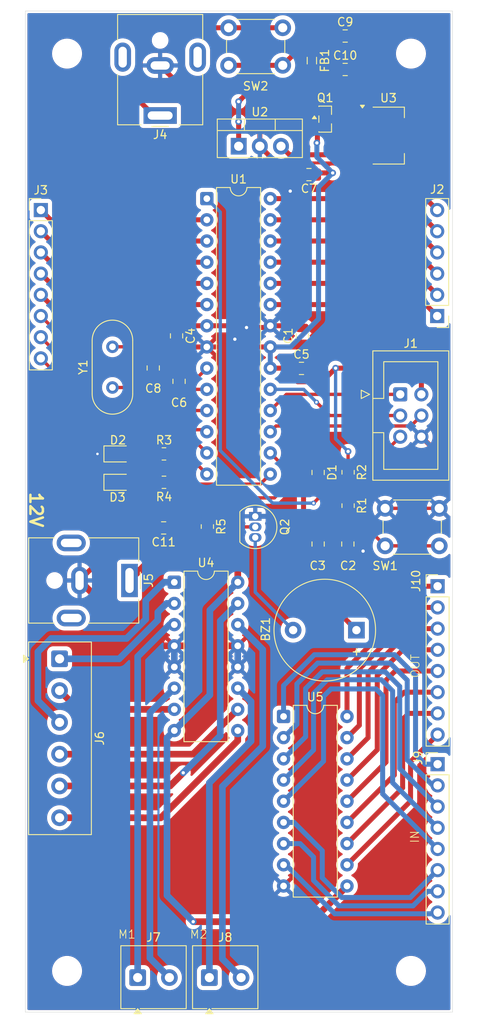
<source format=kicad_pcb>
(kicad_pcb (version 20241229) (generator "pcbnew") (generator_version "9.0")
  (layers (0 "F.Cu" signal) (2 "B.Cu" signal) (13 "F.Paste" user) (15 "B.Paste" user) (5 "F.SilkS" user "F.Silkscreen") (7 "B.SilkS" user "B.Silkscreen") (1 "F.Mask" user) (3 "B.Mask" user) (25 "Edge.Cuts" user))
  (net 0 "")
  (net 1 "Net-(BZ1--)")
  (net 2 "+5V")
  (net 3 "GND")
  (net 4 "Net-(U1-XTAL2{slash}PB7)")
  (net 5 "Net-(U1-XTAL1{slash}PB6)")
  (net 6 "Net-(C9-Pad1)")
  (net 7 "Net-(U2-IN)")
  (net 8 "+12V")
  (net 9 "RESET")
  (net 10 "Net-(D2-A)")
  (net 11 "Net-(D3-A)")
  (net 12 "MOSI")
  (net 13 "MISO")
  (net 14 "SCK")
  (net 15 "Net-(J2-Pin_1)")
  (net 16 "Net-(J2-Pin_2)")
  (net 17 "Net-(J2-Pin_6)")
  (net 18 "Net-(J2-Pin_3)")
  (net 19 "Net-(J2-Pin_4)")
  (net 20 "Net-(J2-Pin_5)")
  (net 21 "Net-(J3-Pin_4)")
  (net 22 "Net-(J3-Pin_7)")
  (net 23 "Net-(J3-Pin_8)")
  (net 24 "Net-(J3-Pin_1)")
  (net 25 "Net-(J3-Pin_5)")
  (net 26 "Net-(J3-Pin_3)")
  (net 27 "Net-(J3-Pin_2)")
  (net 28 "Net-(J3-Pin_6)")
  (net 29 "Net-(J4-Pad1)")
  (net 30 "Net-(J6-Pin_4)")
  (net 31 "Net-(J6-Pin_3)")
  (net 32 "Net-(J6-Pin_6)")
  (net 33 "Net-(J6-Pin_5)")
  (net 34 "Net-(J6-Pin_2)")
  (net 35 "Net-(J6-Pin_1)")
  (net 36 "Net-(J7-Pin_1)")
  (net 37 "Net-(J7-Pin_2)")
  (net 38 "Net-(J8-Pin_2)")
  (net 39 "Net-(J8-Pin_1)")
  (net 40 "Net-(J9-Pin_1)")
  (net 41 "Net-(J9-Pin_4)")
  (net 42 "Net-(J9-Pin_7)")
  (net 43 "Net-(J9-Pin_5)")
  (net 44 "Net-(J9-Pin_3)")
  (net 45 "Net-(J9-Pin_6)")
  (net 46 "Net-(J9-Pin_2)")
  (net 47 "Net-(J9-Pin_8)")
  (net 48 "Net-(J10-Pin_4)")
  (net 49 "Net-(J10-Pin_8)")
  (net 50 "Net-(J10-Pin_3)")
  (net 51 "Net-(J10-Pin_1)")
  (net 52 "Net-(J10-Pin_6)")
  (net 53 "Net-(J10-Pin_5)")
  (net 54 "Net-(J10-Pin_7)")
  (net 55 "Net-(J10-Pin_2)")
  (net 56 "Net-(Q1-D)")
  (net 57 "Net-(Q2-G)")
  (net 58 "Net-(R1-Pad2)")
  (net 59 "GPIO_FLAG_1")
  (net 60 "GPIO_FLAG_2")
  (net 61 "PWM1")
  (net 62 "+3V3")
  (footprint "Connector_PinHeader_2.54mm:PinHeader_1x08_P2.54mm_Vertical" (layer "F.Cu") (at 122.6 125.27)
    (property "Reference" "J9")
    (property "Value" "Conn_01x08")
  )
  (footprint "Resistor_SMD:R_0805_2012Metric" (layer "F.Cu") (at 111.85 90.28 -90)
    (property "Reference" "R2")
    (property "Value" "10K")
  )
  (footprint "Package_DIP:DIP-28_W7.62mm" (layer "F.Cu") (at 94.885 57.48)
    (property "Reference" "U1")
    (property "Value" "ATmega328P-P")
  )
  (footprint "Capacitor_SMD:C_0805_2012Metric" (layer "F.Cu") (at 91.25 73.93 -90)
    (property "Reference" "C4")
    (property "Value" "100nF")
  )
  (footprint "Package_TO_SOT_SMD:SOT-223-3_TabPin2" (layer "F.Cu") (at 116.7 49.925)
    (property "Reference" "U3")
    (property "Value" "AMS1117-3.3")
  )
  (footprint "Resistor_SMD:R_0805_2012Metric" (layer "F.Cu") (at 89.7375 88.08 180)
    (property "Reference" "R3")
    (property "Value" "1K")
  )
  (footprint "MountingHole:MountingHole_3.2mm_M3" (layer "F.Cu") (at 78.1 150.05)
    (property "Reference" "H4" (hide yes))
    (property "Value" "MountingHole 3.2mm")
  )
  (footprint "TerminalBlock_Phoenix:TerminalBlock_Phoenix_MKDS-1-2-3.81_1x02_P3.81mm_Horizontal" (layer "F.Cu") (at 86.58 150.85)
    (property "Reference" "J7")
    (property "Value" "Screw_Terminal_01x02")
  )
  (footprint "MountingHole:MountingHole_3.2mm_M3" (layer "F.Cu") (at 119.4 150.05)
    (property "Reference" "H3" (hide yes))
    (property "Value" "MountingHole 3.2mm")
  )
  (footprint "Button_Switch_THT:SW_PUSH_6mm" (layer "F.Cu") (at 122.8 99.1 180)
    (property "Reference" "SW1")
    (property "Value" "SW_Push")
  )
  (footprint "Capacitor_SMD:C_0805_2012Metric" (layer "F.Cu") (at 111.5 42)
    (property "Reference" "C10")
    (property "Value" "1uF")
  )
  (footprint "Capacitor_SMD:C_0805_2012Metric" (layer "F.Cu") (at 88.45 77.78 90)
    (property "Reference" "C8")
    (property "Value" "22pF")
  )
  (footprint "Package_TO_SOT_SMD:SOT-23" (layer "F.Cu") (at 109.1 47.95)
    (property "Reference" "Q1")
    (property "Value" "IRLML6402")
  )
  (footprint "LED_SMD:LED_0805_2012Metric" (layer "F.Cu") (at 84.2125 88.08)
    (property "Reference" "D2")
    (property "Value" "LED")
  )
  (footprint "Connector_BarrelJack:BarrelJack_CUI_PJ-063AH_Horizontal" (layer "F.Cu") (at 89.28 47.52 180)
    (property "Reference" "J4")
    (property "Value" "Barrel_Jack")
  )
  (footprint "Package_DIP:DIP-18_W7.62mm" (layer "F.Cu") (at 104.1 119.55)
    (property "Reference" "U5")
    (property "Value" "ULN2803A")
  )
  (footprint "LED_SMD:LED_0805_2012Metric" (layer "F.Cu") (at 84.2125 91.48)
    (property "Reference" "D3")
    (property "Value" "LED")
  )
  (footprint "Connector_IDC:IDC-Header_2x03_P2.54mm_Vertical" (layer "F.Cu") (at 118.11 80.94)
    (property "Reference" "J1")
    (property "Value" "AVR-ISP-6")
  )
  (footprint "Buzzer_Beeper:Buzzer_12x9.5RM7.6" (layer "F.Cu") (at 112.85 109.2 180)
    (property "Reference" "BZ1")
    (property "Value" "Buzzer")
  )
  (footprint "Connector_PinHeader_2.54mm:PinHeader_1x08_P2.54mm_Vertical" (layer "F.Cu") (at 74.95 58.85)
    (property "Reference" "J3")
    (property "Value" "Conn_01x08")
  )
  (footprint "Inductor_SMD:L_0805_2012Metric" (layer "F.Cu") (at 107.5 40.9375 -90)
    (property "Reference" "FB1")
    (property "Value" "FerriteBead")
  )
  (footprint "Capacitor_SMD:C_0805_2012Metric" (layer "F.Cu") (at 111.82 98.88 -90)
    (property "Reference" "C2")
    (property "Value" "100nF")
  )
  (footprint "Resistor_SMD:R_0805_2012Metric" (layer "F.Cu") (at 89.7375 91.48 180)
    (property "Reference" "R4")
    (property "Value" "1K")
  )
  (footprint "Connector_PinHeader_2.54mm:PinHeader_1x08_P2.54mm_Vertical" (layer "F.Cu") (at 122.6 103.94)
    (property "Reference" "J10" (hide yes))
    (property "Value" "Conn_01x08")
  )
  (footprint "Package_TO_SOT_THT:TO-220-3_Vertical" (layer "F.Cu") (at 98.71 51.2)
    (property "Reference" "U2")
    (property "Value" "L7805")
  )
  (footprint "TerminalBlock_Phoenix:TerminalBlock_Phoenix_MKDS-1-2-3.81_1x02_P3.81mm_Horizontal" (layer "F.Cu") (at 95.19 150.85)
    (property "Reference" "J8")
    (property "Value" "Screw_Terminal_01x02")
  )
  (footprint "Connector_BarrelJack:BarrelJack_CUI_PJ-063AH_Horizontal" (layer "F.Cu") (at 85.6 103.25 -90)
    (property "Reference" "J5")
    (property "Value" "Barrel_Jack")
  )
  (footprint "Button_Switch_THT:SW_PUSH_6mm" (layer "F.Cu") (at 97.5 37)
    (property "Reference" "SW2")
    (property "Value" "SW_Push")
  )
  (footprint "Connector_PinHeader_2.54mm:PinHeader_1x06_P2.54mm_Vertical" (layer "F.Cu") (at 122.55 71.55 180)
    (property "Reference" "J2")
    (property "Value" "Conn_01x06")
  )
  (footprint "Capacitor_SMD:C_0805_2012Metric" (layer "F.Cu") (at 108.25 98.88 -90)
    (property "Reference" "C3")
    (property "Value" "100nF")
  )
  (footprint "Resistor_SMD:R_0805_2012Metric" (layer "F.Cu") (at 94.95 96.7875 -90)
    (property "Reference" "R5")
    (property "Value" "220E")
  )
  (footprint "MountingHole:MountingHole_3.2mm_M3" (layer "F.Cu") (at 78.1 40.1)
    (property "Reference" "H1" (hide yes))
    (property "Value" "MountingHole 3.2mm")
  )
  (footprint "Capacitor_SMD:C_0805_2012Metric" (layer "F.Cu") (at 111.5 37.99)
    (property "Reference" "C9")
    (property "Value" "1uF")
  )
  (footprint "Capacitor_SMD:C_0805_2012Metric" (layer "F.Cu") (at 106.35 73.93 90)
    (property "Reference" "C1")
    (property "Value" "100nF")
  )
  (footprint "Crystal:Crystal_HC49-4H_Vertical" (layer "F.Cu") (at 83.55 80.12 90)
    (property "Reference" "Y1")
    (property "Value" "Crystal")
  )
  (footprint "Capacitor_SMD:C_0805_2012Metric" (layer "F.Cu") (at 91.55 79.38 90)
    (property "Reference" "C6")
    (property "Value" "22pF")
  )
  (footprint "Capacitor_SMD:C_0805_2012Metric" (layer "F.Cu") (at 107.15 54.6 180)
    (property "Reference" "C7")
    (property "Value" "10uF")
  )
  (footprint "Capacitor_SMD:C_0805_2012Metric" (layer "F.Cu") (at 106.25 77.83)
    (property "Reference" "C5")
    (property "Value" "100nF")
  )
  (footprint "Package_DIP:DIP-16_W7.62mm" (layer "F.Cu") (at 90.98 103.46)
    (property "Reference" "U4")
    (property "Value" "L293")
  )
  (footprint "Resistor_SMD:R_0805_2012Metric" (layer "F.Cu") (at 111.85 94.28 -90)
    (property "Reference" "R1")
    (property "Value" "330E")
  )
  (footprint "MountingHole:MountingHole_3.2mm_M3" (layer "F.Cu") (at 119.4 40.1)
    (property "Reference" "H2" (hide yes))
    (property "Value" "MountingHole 3.2mm")
  )
  (footprint "TerminalBlock_Phoenix:TerminalBlock_Phoenix_MKDS-1-6-3.81_1x06_P3.81mm_Horizontal" (layer "F.Cu") (at 77.2 112.64 -90)
    (property "Reference" "J6")
    (property "Value" "Screw_Terminal_01x06")
  )
  (footprint "Capacitor_SMD:C_0805_2012Metric" (layer "F.Cu") (at 108.25 90.305 -90)
    (property "Reference" "D1")
    (property "Value" "D")
  )
  (footprint "Capacitor_SMD:C_0805_2012Metric" (layer "F.Cu") (at 89.7 96.95)
    (property "Reference" "C11")
    (property "Value" "100uF")
  )
  (footprint "Package_TO_SOT_THT:TO-92_Inline" (layer "F.Cu") (at 100.7 95.56 -90)
    (property "Reference" "Q2")
    (property "Value" "2N7000")
  )
  (gr_rect (start 73.09 34.99) (end 124.39 154.99) (stroke (width 0.05)) (fill no) (layer "Edge.Cuts"))
  (gr_text "IN" (at 120.45 134.8 90) (layer "F.SilkS") (effects (font (size 1 1) (thickness 0.1)) (justify left bottom)))
  (gr_text "M1" (at 84.18 146.25 0) (layer "F.SilkS") (effects (font (size 1 1) (thickness 0.1)) (justify left bottom)))
  (gr_text "OUT\n" (at 120.5 115 90) (layer "F.SilkS") (effects (font (size 1 1) (thickness 0.1)) (justify left bottom)))
  (gr_text "M2\n" (at 92.79 146.25 0) (layer "F.SilkS") (effects (font (size 1 1) (thickness 0.1)) (justify left bottom)))
  (gr_text "12V" (at 73.5 92.5 270) (layer "F.SilkS") (effects (font (size 1.5 1.5) (thickness 0.3) (bold yes)) (justify left bottom)))
  (segment (start 100.7 104.65) (end 105.25 109.2) (width 0.4) (layer "B.Cu") (net 1))
  (segment (start 100.7 98.1) (end 100.7 104.65) (width 0.4) (layer "B.Cu") (net 1))
  (segment (start 94.885 72.72) (end 91.51 72.72) (width 0.6) (layer "F.Cu") (net 2))
  (segment (start 120.65 79.43) (end 120.65 80.94) (width 0.6) (layer "F.Cu") (net 2))
  (segment (start 108.72 79.43) (end 105.8 79.43) (width 0.6) (layer "F.Cu") (net 2))
  (segment (start 106.5 96.8) (end 106.5 90.3) (width 0.6) (layer "F.Cu") (net 2))
  (segment (start 111.8375 89.355) (end 111.85 89.3675) (width 0.6) (layer "F.Cu") (net 2))
  (segment (start 110.35 77.8) (end 108.72 79.43) (width 0.6) (layer "F.Cu") (net 2))
  (segment (start 107.63 97.93) (end 106.5 96.8) (width 0.6) (layer "F.Cu") (net 2))
  (segment (start 91.51 72.72) (end 91.25 72.98) (width 0.6) (layer "F.Cu") (net 2))
  (segment (start 108.1625 48.9) (end 108.1625 50.7375) (width 0.6) (layer "F.Cu") (net 2))
  (segment (start 108.3 54.4) (end 108.1 54.6) (width 0.6) (layer "F.Cu") (net 2))
  (segment (start 107.445 89.355) (end 108.25 89.355) (width 0.6) (layer "F.Cu") (net 2))
  (segment (start 108.1625 50.7375) (end 108.1 50.8) (width 0.6) (layer "F.Cu") (net 2))
  (segment (start 119.02 77.8) (end 120.65 79.43) (width 0.6) (layer "F.Cu") (net 2))
  (segment (start 105.97 75.26) (end 106.35 74.88) (width 0.6) (layer "F.Cu") (net 2))
  (segment (start 111.82 97.93) (end 108.25 97.93) (width 0.6) (layer "F.Cu") (net 2))
  (segment (start 106.5 90.3) (end 107.445 89.355) (width 0.6) (layer "F.Cu") (net 2))
  (segment (start 102.505 77.8) (end 105.27 77.8) (width 0.6) (layer "F.Cu") (net 2))
  (segment (start 102.505 75.26) (end 100.63 75.26) (width 0.6) (layer "F.Cu") (net 2))
  (segment (start 102.505 75.26) (end 105.97 75.26) (width 0.6) (layer "F.Cu") (net 2))
  (segment (start 108.25 89.355) (end 111.8375 89.355) (width 0.6) (layer "F.Cu") (net 2))
  (segment (start 98.09 72.72) (end 94.885 72.72) (width 0.6) (layer "F.Cu") (net 2))
  (segment (start 105.27 77.8) (end 105.3 77.83) (width 0.6) (layer "F.Cu") (net 2))
  (segment (start 108.25 97.93) (end 107.63 97.93) (width 0.6) (layer "F.Cu") (net 2))
  (segment (start 111.85 87.78) (end 111.85 89.3675) (width 0.4) (layer "F.Cu") (net 2))
  (segment (start 105.3 78.93) (end 105.3 77.83) (width 0.6) (layer "F.Cu") (net 2))
  (segment (start 110 54.4) (end 108.3 54.4) (width 0.6) (layer "F.Cu") (net 2))
  (segment (start 106.5 96.8) (end 106.5 102.85) (width 0.6) (layer "F.Cu") (net 2))
  (segment (start 110.35 77.8) (end 119.02 77.8) (width 0.6) (layer "F.Cu") (net 2))
  (segment (start 105.8 79.43) (end 105.3 78.93) (width 0.6) (layer "F.Cu") (net 2))
  (segment (start 106.5 102.85) (end 112.85 109.2) (width 0.6) (layer "F.Cu") (net 2))
  (segment (start 100.63 75.26) (end 98.09 72.72) (width 0.6) (layer "F.Cu") (net 2))
  (via (at 108.1 50.8) (size 0.8) (drill 0.4) (layers "F.Cu" "B.Cu") (net 2))
  (via (at 111.85 87.78) (size 0.8) (drill 0.4) (layers "F.Cu" "B.Cu") (net 2))
  (via (at 110.35 77.8) (size 0.8) (drill 0.4) (layers "F.Cu" "B.Cu") (net 2))
  (via (at 110 54.4) (size 0.8) (drill 0.4) (layers "F.Cu" "B.Cu") (net 2))
  (segment (start 110.35 77.8) (end 110.35 86.28) (width 0.4) (layer "B.Cu") (net 2))
  (segment (start 108.1 52.5) (end 110 54.4) (width 0.6) (layer "B.Cu") (net 2))
  (segment (start 110.35 86.28) (end 111.85 87.78) (width 0.4) (layer "B.Cu") (net 2))
  (segment (start 104.94 75.26) (end 102.505 75.26) (width 0.6) (layer "B.Cu") (net 2))
  (segment (start 110 54.4) (end 108.3 56.1) (width 0.6) (layer "B.Cu") (net 2))
  (segment (start 108.1 50.8) (end 108.1 52.5) (width 0.6) (layer "B.Cu") (net 2))
  (segment (start 102.505 75.26) (end 102.505 77.8) (width 0.6) (layer "B.Cu") (net 2))
  (segment (start 108.3 56.1) (end 108.3 71.9) (width 0.6) (layer "B.Cu") (net 2))
  (segment (start 108.3 71.9) (end 104.94 75.26) (width 0.6) (layer "B.Cu") (net 2))
  (segment (start 101.25 47.85) (end 101.25 51.2) (width 0.6) (layer "F.Cu") (net 3))
  (segment (start 113.55 99.83) (end 113.65 99.73) (width 0.6) (layer "F.Cu") (net 3))
  (segment (start 104.9 56.58) (end 104.7 56.38) (width 0.6) (layer "F.Cu") (net 3))
  (segment (start 87.43 111.08) (end 79.6 103.25) (width 0.8) (layer "F.Cu") (net 3))
  (segment (start 104.7 54.65) (end 104.65 54.6) (width 0.6) (layer "F.Cu") (net 3))
  (segment (start 94.885 75.26) (end 97.32 75.26) (width 0.6) (layer "F.Cu") (net 3))
  (segment (start 94.76 47) (end 100.4 47) (width 0.6) (layer "F.Cu") (net 3))
  (segment (start 100.4 47) (end 108.1625 47) (width 0.6) (layer "F.Cu") (net 3))
  (segment (start 102.505 72.72) (end 106.09 72.72) (width 0.6) (layer "F.Cu") (net 3))
  (segment (start 108 73.73) (end 107.25 72.98) (width 0.6) (layer "F.Cu") (net 3))
  (segment (start 106.09 72.72) (end 106.35 72.98) (width 0.6) (layer "F.Cu") (net 3))
  (segment (start 83.275 91.48) (end 83.275 88.08) (width 0.4) (layer "F.Cu") (net 3))
  (segment (start 102.295 72.93) (end 102.505 72.72) (width 0.6) (layer "F.Cu") (net 3))
  (segment (start 101.25 51.2) (end 104.65 54.6) (width 0.6) (layer "F.Cu") (net 3))
  (segment (start 112.45 42) (end 112.45 43.95) (width 0.6) (layer "F.Cu") (net 3))
  (segment (start 104.65 54.6) (end 106.2 54.6) (width 0.6) (layer "F.Cu") (net 3))
  (segment (start 107.2 77.83) (end 108 77.03) (width 0.6) (layer "F.Cu") (net 3))
  (segment (start 120.65 86.02) (end 122.8 88.17) (width 0.6) (layer "F.Cu") (net 3))
  (segment (start 113.55 47.625) (end 112.925 47) (width 0.6) (layer "F.Cu") (net 3))
  (segment (start 107.25 72.98) (end 106.35 72.98) (width 0.6) (layer "F.Cu") (net 3))
  (segment (start 108 77.03) (end 108 73.73) (width 0.6) (layer "F.Cu") (net 3))
  (segment (start 88.45 76.83) (end 89.95 76.83) (width 0.4) (layer "F.Cu") (net 3))
  (segment (start 89.25 95.15) (end 87.7 95.15) (width 0.6) (layer "F.Cu") (net 3))
  (segment (start 109.4 47) (end 108.1625 47) (width 0.6) (layer "F.Cu") (net 3))
  (segment (start 122.84 88.17) (end 123.35 88.68) (width 0.6) (layer "F.Cu") (net 3))
  (segment (start 123.35 79.08) (end 117.25 72.98) (width 0.6) (layer "F.Cu") (net 3))
  (segment (start 108.25 99.83) (end 111.82 99.83) (width 0.6) (layer "F.Cu") (net 3))
  (segment (start 89.95 76.83) (end 91.55 78.43) (width 0.4) (layer "F.Cu") (net 3))
  (segment (start 87.7 95.15) (end 79.6 103.25) (width 0.6) (layer "F.Cu") (net 3))
  (segment (start 98.25 74.33) (end 97.32 75.26) (width 0.6) (layer "F.Cu") (net 3))
  (segment (start 91.63 75.26) (end 94.885 75.26) (width 0.6) (layer "F.Cu") (net 3))
  (segment (start 117.25 72.98) (end 106.35 72.98) (width 0.6) (layer "F.Cu") (net 3))
  (segment (start 89.28 41.52) (end 94.76 47) (width 0.6) (layer "F.Cu") (net 3))
  (segment (start 104.7 56.38) (end 104.7 54.65) (width 0.6) (layer "F.Cu") (net 3))
  (segment (start 112.45 43.95) (end 109.4 47) (width 0.6) (layer "F.Cu") (net 3))
  (segment (start 122.8 88.17) (end 122.84 88.17) (width 0.6) (layer "F.Cu") (net 3))
  (segment (start 112.925 47) (end 109.4 47) (width 0.6) (layer "F.Cu") (net 3))
  (segment (start 112.45 37.99) (end 112.45 42) (width 0.6) (layer "F.Cu") (net 3))
  (segment (start 116.3 94.6) (end 122.8 94.6) (width 0.4) (layer "F.Cu") (net 3))
  (segment (start 90.65 96.95) (end 90.65 96.55) (width 0.6) (layer "F.Cu") (net 3))
  (segment (start 83.275 88.08) (end 81.75 88.08) (width 0.4) (layer "F.Cu") (net 3))
  (segment (start 90.98 111.08) (end 98.6 111.08) (width 0.8) (layer "F.Cu") (net 3))
  (segment (start 90.98 111.08) (end 87.43 111.08) (width 0.8) (layer "F.Cu") (net 3))
  (segment (start 112.45 42.725) (end 112.45 42) (width 0.8) (layer "F.Cu") (net 3))
  (segment (start 100.4 47) (end 101.25 47.85) (width 0.6) (layer "F.Cu") (net 3))
  (segment (start 91.25 74.88) (end 91.63 75.26) (width 0.6) (layer "F.Cu") (net 3))
  (segment (start 111.82 99.83) (end 113.55 99.83) (width 0.6) (layer "F.Cu") (net 3))
  (segment (start 90.65 96.55) (end 89.25 95.15) (width 0.6) (layer "F.Cu") (net 3))
  (segment (start 123.35 88.68) (end 123.35 79.08) (width 0.6) (layer "F.Cu") (net 3))
  (segment (start 99.65 72.93) (end 102.295 72.93) (width 0.6) (layer "F.Cu") (net 3))
  (via (at 98.25 74.33) (size 0.8) (drill 0.4) (layers "F.Cu" "B.Cu") (net 3))
  (via (at 81.75 88.08) (size 0.6) (drill 0.3) (layers "F.Cu" "B.Cu") (net 3))
  (via (at 113.65 99.73) (size 0.8) (drill 0.4) (layers "F.Cu" "B.Cu") (net 3))
  (via (at 99.65 72.93) (size 0.8) (drill 0.4) (layers "F.Cu" "B.Cu") (net 3))
  (via (at 104.9 56.58) (size 0.8) (drill 0.4) (layers "F.Cu" "B.Cu") (net 3))
  (segment (start 102.05 95.56) (end 105.8 99.31) (width 0.6) (layer "B.Cu") (net 3))
  (segment (start 106.1 57.78) (end 104.9 56.58) (width 0.6) (layer "B.Cu") (net 3))
  (segment (start 90.98 111.08) (end 90.98 113.62) (width 0.8) (layer "B.Cu") (net 3))
  (segment (start 111.93 101.45) (end 113.65 99.73) (width 0.6) (layer "B.Cu") (net 3))
  (segment (start 113.65 99.73) (end 113.65 97.25) (width 0.4) (layer "B.Cu") (net 3))
  (segment (start 105.8 99.31) (end 105.81 99.31) (width 0.6) (layer "B.Cu") (net 3))
  (segment (start 106.1 69.125) (end 106.1 65.85) (width 0.6) (layer "B.Cu") (net 3))
  (segment (start 98.6 113.62) (end 98.6 111.08) (width 0.8) (layer "B.Cu") (net 3))
  (segment (start 105.81 99.31) (end 107.95 101.45) (width 0.6) (layer "B.Cu") (net 3))
  (segment (start 100.7 95.56) (end 102.05 95.56) (width 0.6) (layer "B.Cu") (net 3))
  (segment (start 113.65 97.25) (end 116.3 94.6) (width 0.4) (layer "B.Cu") (net 3))
  (segment (start 102.505 72.72) (end 106.1 69.125) (width 0.6) (layer "B.Cu") (net 3))
  (segment (start 107.95 101.45) (end 111.93 101.45) (width 0.6) (layer "B.Cu") (net 3))
  (segment (start 106.1 65.85) (end 106.1 57.78) (width 0.6) (layer "B.Cu") (net 3))
  (segment (start 99.65 72.93) (end 98.25 74.33) (width 0.6) (layer "B.Cu") (net 3))
  (segment (start 94.885 80.34) (end 91.56 80.34) (width 0.4) (layer "F.Cu") (net 4))
  (segment (start 91.2 80.33) (end 90.99 80.12) (width 0.4) (layer "F.Cu") (net 4))
  (segment (start 91.55 80.33) (end 91.2 80.33) (width 0.4) (layer "F.Cu") (net 4))
  (segment (start 91.56 80.34) (end 91.55 80.33) (width 0.4) (layer "F.Cu") (net 4))
  (segment (start 90.99 80.12) (end 83.55 80.12) (width 0.4) (layer "F.Cu") (net 4))
  (segment (start 89.149 79.429) (end 93.256 79.429) (width 0.4) (layer "F.Cu") (net 5))
  (segment (start 88.45 78.73) (end 89.149 79.429) (width 0.4) (layer "F.Cu") (net 5))
  (segment (start 83.55 75.24) (end 84.96 75.24) (width 0.4) (layer "F.Cu") (net 5))
  (segment (start 84.96 75.24) (end 88.45 78.73) (width 0.4) (layer "F.Cu") (net 5))
  (segment (start 93.256 79.429) (end 94.885 77.8) (width 0.4) (layer "F.Cu") (net 5))
  (segment (start 104 41.5) (end 105.625 39.875) (width 0.6) (layer "F.Cu") (net 6))
  (segment (start 97.5 41.5) (end 104 41.5) (width 0.6) (layer "F.Cu") (net 6))
  (segment (start 107.5 39.875) (end 108.665 39.875) (width 0.6) (layer "F.Cu") (net 6))
  (segment (start 105.625 39.875) (end 107.5 39.875) (width 0.6) (layer "F.Cu") (net 6))
  (segment (start 108.665 39.875) (end 110.55 37.99) (width 0.6) (layer "F.Cu") (net 6))
  (segment (start 107.5 42.5) (end 107.5 42) (width 0.6) (layer "F.Cu") (net 7))
  (segment (start 101.25 43.3) (end 106.7 43.3) (width 0.6) (layer "F.Cu") (net 7))
  (segment (start 98.7 45.85) (end 101.25 43.3) (width 0.6) (layer "F.Cu") (net 7))
  (segment (start 98.71 48.26) (end 98.7 48.25) (width 0.6) (layer "F.Cu") (net 7))
  (segment (start 106.7 43.3) (end 107.5 42.5) (width 0.6) (layer "F.Cu") (net 7))
  (segment (start 98.71 51.2) (end 98.71 48.26) (width 0.6) (layer "F.Cu") (net 7))
  (segment (start 107.5 42) (end 110.55 42) (width 0.6) (layer "F.Cu") (net 7))
  (via (at 98.7 45.85) (size 0.8) (drill 0.4) (layers "F.Cu" "B.Cu") (net 7))
  (via (at 98.7 48.25) (size 0.8) (drill 0.4) (layers "F.Cu" "B.Cu") (net 7))
  (segment (start 98.7 48.25) (end 98.7 45.85) (width 0.6) (layer "B.Cu") (net 7))
  (segment (start 88.4 100.45) (end 97.1 100.45) (width 0.8) (layer "F.Cu") (net 8))
  (segment (start 88.75 100.1) (end 88.75 96.95) (width 0.8) (layer "F.Cu") (net 8))
  (segment (start 93.25 144.15) (end 107.44 144.15) (width 0.8) (layer "F.Cu") (net 8))
  (segment (start 98.6 101.95) (end 98.6 103.46) (width 0.8) (layer "F.Cu") (net 8))
  (segment (start 107.44 144.15) (end 111.72 139.87) (width 0.8) (layer "F.Cu") (net 8))
  (segment (start 97.1 100.45) (end 98.6 101.95) (width 0.8) (layer "F.Cu") (net 8))
  (segment (start 85.6 103.25) (end 88.4 100.45) (width 0.8) (layer "F.Cu") (net 8))
  (segment (start 88.4 100.45) (end 88.75 100.1) (width 0.8) (layer "F.Cu") (net 8))
  (via (at 93.25 144.15) (size 0.8) (drill 0.4) (layers "F.Cu" "B.Cu") (net 8))
  (segment (start 90.98 121.24) (end 95.25 116.97) (width 0.8) (layer "B.Cu") (net 8))
  (segment (start 90.1 141) (end 93.25 144.15) (width 0.8) (layer "B.Cu") (net 8))
  (segment (start 95.25 116.97) (end 95.25 106.81) (width 0.8) (layer "B.Cu") (net 8))
  (segment (start 90.98 121.24) (end 90.1 122.12) (width 0.8) (layer "B.Cu") (net 8))
  (segment (start 95.25 106.81) (end 98.6 103.46) (width 0.8) (layer "B.Cu") (net 8))
  (segment (start 90.1 122.12) (end 90.1 141) (width 0.8) (layer "B.Cu") (net 8))
  (segment (start 108.25 91.255) (end 111.7875 91.255) (width 0.4) (layer "F.Cu") (net 9))
  (segment (start 108.25 91.255) (end 108.25 93.43) (width 0.4) (layer "F.Cu") (net 9))
  (segment (start 118.11 86.02) (end 112.9375 91.1925) (width 0.4) (layer "F.Cu") (net 9))
  (segment (start 108.25 93.43) (end 107.7 93.98) (width 0.4) (layer "F.Cu") (net 9))
  (segment (start 112.9375 91.1925) (end 111.85 91.1925) (width 0.4) (layer "F.Cu") (net 9))
  (segment (start 111.85 91.1925) (end 111.85 93.3675) (width 0.4) (layer "F.Cu") (net 9))
  (segment (start 111.7875 91.255) (end 111.85 91.1925) (width 0.4) (layer "F.Cu") (net 9))
  (via (at 107.7 93.98) (size 0.6) (drill 0.3) (layers "F.Cu" "B.Cu") (net 9))
  (segment (start 96.5 87.68) (end 96.5 59.095) (width 0.4) (layer "B.Cu") (net 9))
  (segment (start 107.7 93.98) (end 102.8 93.98) (width 0.4) (layer "B.Cu") (net 9))
  (segment (start 102.8 93.98) (end 96.5 87.68) (width 0.4) (layer "B.Cu") (net 9))
  (segment (start 96.5 59.095) (end 94.885 57.48) (width 0.4) (layer "B.Cu") (net 9))
  (segment (start 88.825 88.08) (end 85.15 88.08) (width 0.4) (layer "F.Cu") (net 10))
  (segment (start 85.15 91.48) (end 88.825 91.48) (width 0.4) (layer "F.Cu") (net 11))
  (segment (start 119.399 84.731) (end 120.65 83.48) (width 0.4) (layer "F.Cu") (net 12))
  (segment (start 103.194 84.731) (end 119.399 84.731) (width 0.4) (layer "F.Cu") (net 12))
  (segment (start 102.505 85.42) (end 103.194 84.731) (width 0.4) (layer "F.Cu") (net 12))
  (segment (start 118.11 80.94) (end 104.445 80.94) (width 0.4) (layer "F.Cu") (net 13))
  (segment (start 104.445 80.94) (end 102.505 82.88) (width 0.4) (layer "F.Cu") (net 13))
  (segment (start 109.65 83.48) (end 109.55 83.38) (width 0.4) (layer "F.Cu") (net 14))
  (segment (start 109.55 83.38) (end 108.05 81.88) (width 0.4) (layer "F.Cu") (net 14))
  (segment (start 118.11 83.48) (end 109.65 83.48) (width 0.4) (layer "F.Cu") (net 14))
  (via (at 108.05 81.88) (size 0.6) (drill 0.3) (layers "F.Cu" "B.Cu") (net 14))
  (segment (start 106.51 80.34) (end 102.505 80.34) (width 0.4) (layer "B.Cu") (net 14))
  (segment (start 108.05 81.88) (end 106.51 80.34) (width 0.4) (layer "B.Cu") (net 14))
  (segment (start 121.18 70.18) (end 122.55 71.55) (width 0.6) (layer "F.Cu") (net 15))
  (segment (start 102.505 70.18) (end 121.18 70.18) (width 0.6) (layer "F.Cu") (net 15))
  (segment (start 121.18 67.64) (end 122.55 69.01) (width 0.6) (layer "F.Cu") (net 16))
  (segment (start 102.505 67.64) (end 121.18 67.64) (width 0.6) (layer "F.Cu") (net 16))
  (segment (start 102.505 57.48) (end 121.18 57.48) (width 0.6) (layer "F.Cu") (net 17))
  (segment (start 121.18 57.48) (end 122.55 58.85) (width 0.6) (layer "F.Cu") (net 17))
  (segment (start 121.18 65.1) (end 102.505 65.1) (width 0.6) (layer "F.Cu") (net 18))
  (segment (start 122.55 66.47) (end 121.18 65.1) (width 0.6) (layer "F.Cu") (net 18))
  (segment (start 102.505 62.56) (end 121.18 62.56) (width 0.6) (layer "F.Cu") (net 19))
  (segment (start 121.18 62.56) (end 122.55 63.93) (width 0.6) (layer "F.Cu") (net 19))
  (segment (start 121.18 60.02) (end 102.505 60.02) (width 0.6) (layer "F.Cu") (net 20))
  (segment (start 122.55 61.39) (end 121.18 60.02) (width 0.6) (layer "F.Cu") (net 20))
  (segment (start 76.12 67.64) (end 94.885 67.64) (width 0.6) (layer "F.Cu") (net 21))
  (segment (start 74.95 66.47) (end 76.12 67.64) (width 0.6) (layer "F.Cu") (net 21))
  (segment (start 78.349 82.528942) (end 78.349 77.489) (width 0.4) (layer "F.Cu") (net 22))
  (segment (start 94.885 85.42) (end 94.885 85.415) (width 0.4) (layer "F.Cu") (net 22))
  (segment (start 94.885 85.415) (end 94.65 85.18) (width 0.4) (layer "F.Cu") (net 22))
  (segment (start 94.65 85.18) (end 94.649 85.181) (width 0.4) (layer "F.Cu") (net 22))
  (segment (start 94.649 85.181) (end 81.001058 85.181) (width 0.4) (layer "F.Cu") (net 22))
  (segment (start 81.001058 85.181) (end 78.349 82.528942) (width 0.4) (layer "F.Cu") (net 22))
  (segment (start 78.349 77.489) (end 74.95 74.09) (width 0.4) (layer "F.Cu") (net 22))
  (segment (start 77.748 79.428) (end 77.748 82.777884) (width 0.4) (layer "F.Cu") (net 23))
  (segment (start 80.752116 85.782) (end 92.707 85.782) (width 0.4) (layer "F.Cu") (net 23))
  (segment (start 92.707 85.782) (end 94.885 87.96) (width 0.4) (layer "F.Cu") (net 23))
  (segment (start 74.95 76.63) (end 77.748 79.428) (width 0.4) (layer "F.Cu") (net 23))
  (segment (start 77.748 82.777884) (end 80.752116 85.782) (width 0.4) (layer "F.Cu") (net 23))
  (segment (start 94.885 60.02) (end 76.12 60.02) (width 0.6) (layer "F.Cu") (net 24))
  (segment (start 76.12 60.02) (end 74.95 58.85) (width 0.6) (layer "F.Cu") (net 24))
  (segment (start 74.95 69.01) (end 76.12 70.18) (width 0.6) (layer "F.Cu") (net 25))
  (segment (start 76.12 70.18) (end 94.885 70.18) (width 0.6) (layer "F.Cu") (net 25))
  (segment (start 94.885 65.1) (end 76.12 65.1) (width 0.6) (layer "F.Cu") (net 26))
  (segment (start 76.12 65.1) (end 74.95 63.93) (width 0.6) (layer "F.Cu") (net 26))
  (segment (start 74.95 61.39) (end 76.12 62.56) (width 0.6) (layer "F.Cu") (net 27))
  (segment (start 76.12 62.56) (end 94.885 62.56) (width 0.6) (layer "F.Cu") (net 27))
  (segment (start 90.55 82.88) (end 94.885 82.88) (width 0.4) (layer "F.Cu") (net 28))
  (segment (start 88.85 84.58) (end 90.55 82.88) (width 0.4) (layer "F.Cu") (net 28))
  (segment (start 78.95 75.55) (end 78.95 82.28) (width 0.4) (layer "F.Cu") (net 28))
  (segment (start 74.95 71.55) (end 78.95 75.55) (width 0.4) (layer "F.Cu") (net 28))
  (segment (start 81.25 84.58) (end 88.85 84.58) (width 0.4) (layer "F.Cu") (net 28))
  (segment (start 78.95 82.28) (end 81.25 84.58) (width 0.4) (layer "F.Cu") (net 28))
  (segment (start 86.9 38.3) (end 86.9 45.9) (width 0.6) (layer "F.Cu") (net 29))
  (segment (start 104 37) (end 97.5 37) (width 0.6) (layer "F.Cu") (net 29))
  (segment (start 88.52 47.52) (end 89.28 47.52) (width 0.6) (layer "F.Cu") (net 29))
  (segment (start 97.5 37) (end 88.2 37) (width 0.6) (layer "F.Cu") (net 29))
  (segment (start 86.9 45.9) (end 88.52 47.52) (width 0.6) (layer "F.Cu") (net 29))
  (segment (start 88.2 37) (end 86.9 38.3) (width 0.6) (layer "F.Cu") (net 29))
  (segment (start 93.13 124.07) (end 93.15 124.05) (width 0.8) (layer "F.Cu") (net 30))
  (segment (start 93.15 124.05) (end 93.25 124.05) (width 0.8) (layer "F.Cu") (net 30))
  (segment (start 77.2 124.07) (end 93.13 124.07) (width 0.8) (layer "F.Cu") (net 30))
  (segment (start 93.25 124.05) (end 98.6 118.7) (width 0.8) (layer "F.Cu") (net 30))
  (segment (start 85.25 110.2) (end 87.55 107.9) (width 0.8) (layer "B.Cu") (net 31))
  (segment (start 74.6 117.66) (end 74.6 111.8) (width 0.8) (layer "B.Cu") (net 31))
  (segment (start 77.2 120.26) (end 74.6 117.66) (width 0.8) (layer "B.Cu") (net 31))
  (segment (start 89.74 103.46) (end 90.98 103.46) (width 0.8) (layer "B.Cu") (net 31))
  (segment (start 76.2 110.2) (end 85.25 110.2) (width 0.8) (layer "B.Cu") (net 31))
  (segment (start 87.55 107.9) (end 87.55 105.65) (width 0.8) (layer "B.Cu") (net 31))
  (segment (start 74.6 111.8) (end 76.2 110.2) (width 0.8) (layer "B.Cu") (net 31))
  (segment (start 87.55 105.65) (end 89.74 103.46) (width 0.8) (layer "B.Cu") (net 31))
  (segment (start 77.2 131.69) (end 87.24 131.69) (width 0.8) (layer "F.Cu") (net 32))
  (segment (start 87.25 131.7) (end 89.35 131.7) (width 0.8) (layer "F.Cu") (net 32))
  (segment (start 89.35 131.7) (end 98.6 122.45) (width 0.8) (layer "F.Cu") (net 32))
  (segment (start 98.6 122.45) (end 98.6 121.24) (width 0.8) (layer "F.Cu") (net 32))
  (segment (start 87.24 131.69) (end 87.25 131.7) (width 0.8) (layer "F.Cu") (net 32))
  (segment (start 77.2 127.88) (end 90.47 127.88) (width 0.8) (layer "F.Cu") (net 33))
  (segment (start 91.25 127.1) (end 92.05 126.3) (width 0.8) (layer "F.Cu") (net 33))
  (segment (start 90.47 127.88) (end 91.25 127.1) (width 0.8) (layer "F.Cu") (net 33))
  (via (at 92.05 126.3) (size 0.8) (drill 0.4) (layers "F.Cu" "B.Cu") (net 33))
  (segment (start 96.5 121.85) (end 96.5 108.1) (width 0.8) (layer "B.Cu") (net 33))
  (segment (start 96.5 108.1) (end 98.6 106) (width 0.8) (layer "B.Cu") (net 33))
  (segment (start 92.05 126.3) (end 96.5 121.85) (width 0.8) (layer "B.Cu") (net 33))
  (segment (start 90.98 118.7) (end 79.45 118.7) (width 0.8) (layer "F.Cu") (net 34))
  (segment (start 79.45 118.7) (end 77.2 116.45) (width 0.8) (layer "F.Cu") (net 34))
  (segment (start 84.36 112.64) (end 89 108) (width 0.8) (layer "B.Cu") (net 35))
  (segment (start 89 107.05) (end 90.05 106) (width 0.8) (layer "B.Cu") (net 35))
  (segment (start 89 108) (end 89 107.05) (width 0.8) (layer "B.Cu") (net 35))
  (segment (start 77.2 112.64) (end 84.36 112.64) (width 0.8) (layer "B.Cu") (net 35))
  (segment (start 90.05 106) (end 90.98 106) (width 0.8) (layer "B.Cu") (net 35))
  (segment (start 90.98 108.54) (end 90.41 108.54) (width 0.8) (layer "B.Cu") (net 36))
  (segment (start 90.41 108.54) (end 86.58 112.37) (width 0.8) (layer "B.Cu") (net 36))
  (segment (start 86.58 112.37) (end 86.58 150.85) (width 0.8) (layer "B.Cu") (net 36))
  (segment (start 88.05 148.51) (end 90.39 150.85) (width 0.8) (layer "B.Cu") (net 37))
  (segment (start 88.05 119.09) (end 88.05 148.51) (width 0.8) (layer "B.Cu") (net 37))
  (segment (start 88.05 119.09) (end 90.98 116.16) (width 0.8) (layer "B.Cu") (net 37))
  (segment (start 96.75 127.95) (end 96.75 148.6) (width 0.8) (layer "B.Cu") (net 38))
  (segment (start 101.6 123.1) (end 101.6 111.54) (width 0.8) (layer "B.Cu") (net 38))
  (segment (start 96.75 127.95) (end 101.6 123.1) (width 0.8) (layer "B.Cu") (net 38))
  (segment (start 101.6 111.54) (end 98.6 108.54) (width 0.8) (layer "B.Cu") (net 38))
  (segment (start 96.75 148.6) (end 99 150.85) (width 0.8) (layer "B.Cu") (net 38))
  (segment (start 95.19 127.51) (end 95.19 150.85) (width 0.8) (layer "B.Cu") (net 39))
  (segment (start 100.2 122.5) (end 95.19 127.51) (width 0.8) (layer "B.Cu") (net 39))
  (segment (start 100.2 117.76) (end 100.2 122.5) (width 0.8) (layer "B.Cu") (net 39))
  (segment (start 98.6 116.16) (end 100.2 117.76) (width 0.8) (layer "B.Cu") (net 39))
  (segment (start 107.8 112.15) (end 104.1 115.85) (width 0.6) (layer "B.Cu") (net 40))
  (segment (start 117.45 112.15) (end 107.8 112.15) (width 0.6) (layer "B.Cu") (net 40))
  (segment (start 122.6 125.27) (end 121.12 125.27) (width 0.6) (layer "B.Cu") (net 40))
  (segment (start 119.95 124.1) (end 119.95 114.65) (width 0.6) (layer "B.Cu") (net 40))
  (segment (start 119.95 114.65) (end 117.45 112.15) (width 0.6) (layer "B.Cu") (net 40))
  (segment (start 121.12 125.27) (end 119.95 124.1) (width 0.6) (layer "B.Cu") (net 40))
  (segment (start 104.1 115.85) (end 104.1 119.55) (width 0.6) (layer "B.Cu") (net 40))
  (segment (start 115.85 115.15) (end 109.35 115.15) (width 0.6) (layer "B.Cu") (net 41))
  (segment (start 107.7 123.57) (end 104.1 127.17) (width 0.6) (layer "B.Cu") (net 41))
  (segment (start 122.6 132.89) (end 117.2 127.49) (width 0.6) (layer "B.Cu") (net 41))
  (segment (start 107.7 116.8) (end 107.7 123.57) (width 0.6) (layer "B.Cu") (net 41))
  (segment (start 109.35 115.15) (end 107.7 116.8) (width 0.6) (layer "B.Cu") (net 41))
  (segment (start 117.2 127.49) (end 117.2 116.5) (width 0.6) (layer "B.Cu") (net 41))
  (segment (start 117.2 116.5) (end 115.85 115.15) (width 0.6) (layer "B.Cu") (net 41))
  (segment (start 107.7 136.4) (end 107.7 139.2) (width 0.6) (layer "B.Cu") (net 42))
  (segment (start 107.7 139.2) (end 110.75 142.25) (width 0.6) (layer "B.Cu") (net 42))
  (segment (start 119.65 142.25) (end 121.39 140.51) (width 0.6) (layer "B.Cu") (net 42))
  (segment (start 106.09 134.79) (end 107.7 136.4) (width 0.6) (layer "B.Cu") (net 42))
  (segment (start 104.1 134.79) (end 106.09 134.79) (width 0.6) (layer "B.Cu") (net 42))
  (segment (start 121.39 140.51) (end 122.6 140.51) (width 0.6) (layer "B.Cu") (net 42))
  (segment (start 110.75 142.25) (end 119.65 142.25) (width 0.6) (layer "B.Cu") (net 42))
  (segment (start 108.9 124.91) (end 104.1 129.71) (width 0.6) (layer "B.Cu") (net 43))
  (segment (start 116 128.83) (end 116 117.05) (width 0.6) (layer "B.Cu") (net 43))
  (segment (start 116 117.05) (end 115.2 116.25) (width 0.6) (layer "B.Cu") (net 43))
  (segment (start 122.6 135.43) (end 116 128.83) (width 0.6) (layer "B.Cu") (net 43))
  (segment (start 108.9 117.15) (end 108.9 124.91) (width 0.6) (layer "B.Cu") (net 43))
  (segment (start 115.2 116.25) (end 109.8 116.25) (width 0.6) (layer "B.Cu") (net 43))
  (segment (start 109.8 116.25) (end 108.9 117.15) (width 0.6) (layer "B.Cu") (net 43))
  (segment (start 106.75 121.98) (end 104.1 124.63) (width 0.6) (layer "B.Cu") (net 44))
  (segment (start 116.3 114.2) (end 108.75 114.2) (width 0.6) (layer "B.Cu") (net 44))
  (segment (start 106.75 116.2) (end 106.75 121.98) (width 0.6) (layer "B.Cu") (net 44))
  (segment (start 108.75 114.2) (end 106.75 116.2) (width 0.6) (layer "B.Cu") (net 44))
  (segment (start 118.05 125.8) (end 118.05 115.95) (width 0.6) (layer "B.Cu") (net 44))
  (segment (start 118.05 115.95) (end 116.3 114.2) (width 0.6) (layer "B.Cu") (net 44))
  (segment (start 122.6 130.35) (end 118.05 125.8) (width 0.6) (layer "B.Cu") (net 44))
  (segment (start 111.1 141.25) (end 108.75 138.9) (width 0.6) (layer "B.Cu") (net 45))
  (segment (start 108.75 138.9) (end 108.75 135.65) (width 0.6) (layer "B.Cu") (net 45))
  (segment (start 105.35 132.25) (end 104.1 132.25) (width 0.6) (layer "B.Cu") (net 45))
  (segment (start 108.75 135.65) (end 105.35 132.25) (width 0.6) (layer "B.Cu") (net 45))
  (segment (start 122.6 137.97) (end 119.32 141.25) (width 0.6) (layer "B.Cu") (net 45))
  (segment (start 119.32 141.25) (end 111.1 141.25) (width 0.6) (layer "B.Cu") (net 45))
  (segment (start 105.7 120.49) (end 104.1 122.09) (width 0.6) (layer "B.Cu") (net 46))
  (segment (start 122.6 127.81) (end 122.01 127.81) (width 0.6) (layer "B.Cu") (net 46))
  (segment (start 118.95 115.2) (end 116.9 113.15) (width 0.6) (layer "B.Cu") (net 46))
  (segment (start 105.7 115.65) (end 105.7 120.49) (width 0.6) (layer "B.Cu") (net 46))
  (segment (start 108.2 113.15) (end 105.7 115.65) (width 0.6) (layer "B.Cu") (net 46))
  (segment (start 122.01 127.81) (end 118.95 124.75) (width 0.6) (layer "B.Cu") (net 46))
  (segment (start 118.95 124.75) (end 118.95 115.2) (width 0.6) (layer "B.Cu") (net 46))
  (segment (start 116.9 113.15) (end 108.2 113.15) (width 0.6) (layer "B.Cu") (net 46))
  (segment (start 122.45 143.2) (end 110.25 143.2) (width 0.6) (layer "B.Cu") (net 47))
  (segment (start 104.38 137.33) (end 104.1 137.33) (width 0.6) (layer "B.Cu") (net 47))
  (segment (start 122.6 143.05) (end 122.45 143.2) (width 0.6) (layer "B.Cu") (net 47))
  (segment (start 110.25 143.2) (end 104.38 137.33) (width 0.6) (layer "B.Cu") (net 47))
  (segment (start 119.36 111.56) (end 122.6 111.56) (width 0.6) (layer "F.Cu") (net 48))
  (segment (start 119.35 111.55) (end 119.36 111.56) (width 0.6) (layer "F.Cu") (net 48))
  (segment (start 118.45 111.55) (end 119.35 111.55) (width 0.6) (layer "F.Cu") (net 48))
  (segment (start 111.72 127.17) (end 115.35 123.54) (width 0.6) (layer "F.Cu") (net 48))
  (segment (start 115.35 123.54) (end 115.35 114.65) (width 0.6) (layer "F.Cu") (net 48))
  (segment (start 115.35 114.65) (end 118.45 111.55) (width 0.6) (layer "F.Cu") (net 48))
  (segment (start 119.35 129.7) (end 111.72 137.33) (width 0.6) (layer "F.Cu") (net 49))
  (segment (start 119.35 124.97) (end 119.35 129.7) (width 0.6) (layer "F.Cu") (net 49))
  (segment (start 122.6 121.72) (end 119.35 124.97) (width 0.6) (layer "F.Cu") (net 49))
  (segment (start 117.35 111.2) (end 114.25 114.3) (width 0.6) (layer "F.Cu") (net 50))
  (segment (start 118.38 109.02) (end 117.35 110.05) (width 0.6) (layer "F.Cu") (net 50))
  (segment (start 114.25 122.1) (end 111.72 124.63) (width 0.6) (layer "F.Cu") (net 50))
  (segment (start 122.6 109.02) (end 118.38 109.02) (width 0.6) (layer "F.Cu") (net 50))
  (segment (start 114.25 114.3) (end 114.25 122.1) (width 0.6) (layer "F.Cu") (net 50))
  (segment (start 117.35 110.05) (end 117.35 111.2) (width 0.6) (layer "F.Cu") (net 50))
  (segment (start 115.25 107) (end 118.31 103.94) (width 0.6) (layer "F.Cu") (net 51))
  (segment (start 111.72 119.55) (end 111.72 113.78) (width 0.6) (layer "F.Cu") (net 51))
  (segment (start 118.31 103.94) (end 122.6 103.94) (width 0.6) (layer "F.Cu") (net 51))
  (segment (start 111.72 113.78) (end 115.25 110.25) (width 0.6) (layer "F.Cu") (net 51))
  (segment (start 115.25 110.25) (end 115.25 107) (width 0.6) (layer "F.Cu") (net 51))
  (segment (start 117.4 117.85) (end 117.4 126.57) (width 0.6) (layer "F.Cu") (net 52))
  (segment (start 118.61 116.64) (end 117.4 117.85) (width 0.6) (layer "F.Cu") (net 52))
  (segment (start 117.4 126.57) (end 111.72 132.25) (width 0.6) (layer "F.Cu") (net 52))
  (segment (start 122.6 116.64) (end 118.61 116.64) (width 0.6) (layer "F.Cu") (net 52))
  (segment (start 122.6 114.1) (end 117.5 114.1) (width 0.6) (layer "F.Cu") (net 53))
  (segment (start 117.5 114.1) (end 116.4 115.2) (width 0.6) (layer "F.Cu") (net 53))
  (segment (start 116.4 115.2) (end 116.4 125.03) (width 0.6) (layer "F.Cu") (net 53))
  (segment (start 116.4 125.03) (end 111.72 129.71) (width 0.6) (layer "F.Cu") (net 53))
  (segment (start 118.4 119.9) (end 118.4 128.11) (width 0.6) (layer "F.Cu") (net 54))
  (segment (start 119.12 119.18) (end 118.4 119.9) (width 0.6) (layer "F.Cu") (net 54))
  (segment (start 122.6 119.18) (end 119.12 119.18) (width 0.6) (layer "F.Cu") (net 54))
  (segment (start 118.4 128.11) (end 111.72 134.79) (width 0.6) (layer "F.Cu") (net 54))
  (segment (start 116.3 110.75) (end 113.2 113.85) (width 0.6) (layer "F.Cu") (net 55))
  (segment (start 122.6 106.48) (end 117.37 106.48) (width 0.6) (layer "F.Cu") (net 55))
  (segment (start 113.2 113.85) (end 113.2 120.61) (width 0.6) (layer "F.Cu") (net 55))
  (segment (start 117.37 106.48) (end 116.3 107.55) (width 0.6) (layer "F.Cu") (net 55))
  (segment (start 113.2 120.61) (end 111.72 122.09) (width 0.6) (layer "F.Cu") (net 55))
  (segment (start 116.3 107.55) (end 116.3 110.75) (width 0.6) (layer "F.Cu") (net 55))
  (segment (start 111.625 52.225) (end 113.55 52.225) (width 0.6) (layer "F.Cu") (net 56))
  (segment (start 104.815 52.225) (end 103.79 51.2) (width 0.6) (layer "F.Cu") (net 56))
  (segment (start 110.0375 47.95) (end 110.0375 50.6375) (width 0.6) (layer "F.Cu") (net 56))
  (segment (start 110.0375 50.6375) (end 111.625 52.225) (width 0.6) (layer "F.Cu") (net 56))
  (segment (start 113.55 52.225) (end 104.815 52.225) (width 0.6) (layer "F.Cu") (net 56))
  (segment (start 97.35 97.7) (end 98.22 96.83) (width 0.4) (layer "F.Cu") (net 57))
  (segment (start 94.95 97.7) (end 97.35 97.7) (width 0.4) (layer "F.Cu") (net 57))
  (segment (start 98.22 96.83) (end 100.7 96.83) (width 0.4) (layer "F.Cu") (net 57))
  (segment (start 122.8 99.1) (end 116.3 99.1) (width 0.4) (layer "F.Cu") (net 58))
  (segment (start 112.3925 95.1925) (end 116.3 99.1) (width 0.4) (layer "F.Cu") (net 58))
  (segment (start 111.85 95.1925) (end 112.3925 95.1925) (width 0.4) (layer "F.Cu") (net 58))
  (segment (start 92.465 88.08) (end 94.885 90.5) (width 0.4) (layer "F.Cu") (net 59))
  (segment (start 90.65 88.08) (end 92.465 88.08) (width 0.4) (layer "F.Cu") (net 59))
  (segment (start 90.871 91.701) (end 101.304 91.701) (width 0.4) (layer "F.Cu") (net 60))
  (segment (start 90.65 91.48) (end 90.871 91.701) (width 0.4) (layer "F.Cu") (net 60))
  (segment (start 101.304 91.701) (end 102.505 90.5) (width 0.4) (layer "F.Cu") (net 60))
  (segment (start 104.1 89.555) (end 104.1 92.25) (width 0.4) (layer "F.Cu") (net 61))
  (segment (start 97.475 93.35) (end 94.95 95.875) (width 0.4) (layer "F.Cu") (net 61))
  (segment (start 103 93.35) (end 97.475 93.35) (width 0.4) (layer "F.Cu") (net 61))
  (segment (start 104.1 92.25) (end 103 93.35) (width 0.4) (layer "F.Cu") (net 61))
  (segment (start 102.505 87.96) (end 104.1 89.555) (width 0.4) (layer "F.Cu") (net 61))
  (segment (start 119.85 49.925) (end 113.55 49.925) (width 0.6) (layer "F.Cu") (net 62))
  (zone (net 3) (net_name "GND") (layers "F.Cu" "B.Cu") (connect_pads (clearance 0.5)) (min_thickness 0.25) (fill yes (thermal_gap 0.5) (thermal_bridge_width 0.5))
    (polygon (pts (xy 73.05 34.95) (xy 124.45 34.95) (xy 124.45 155.05) (xy 72.8 155.2)))
  )
)
</source>
